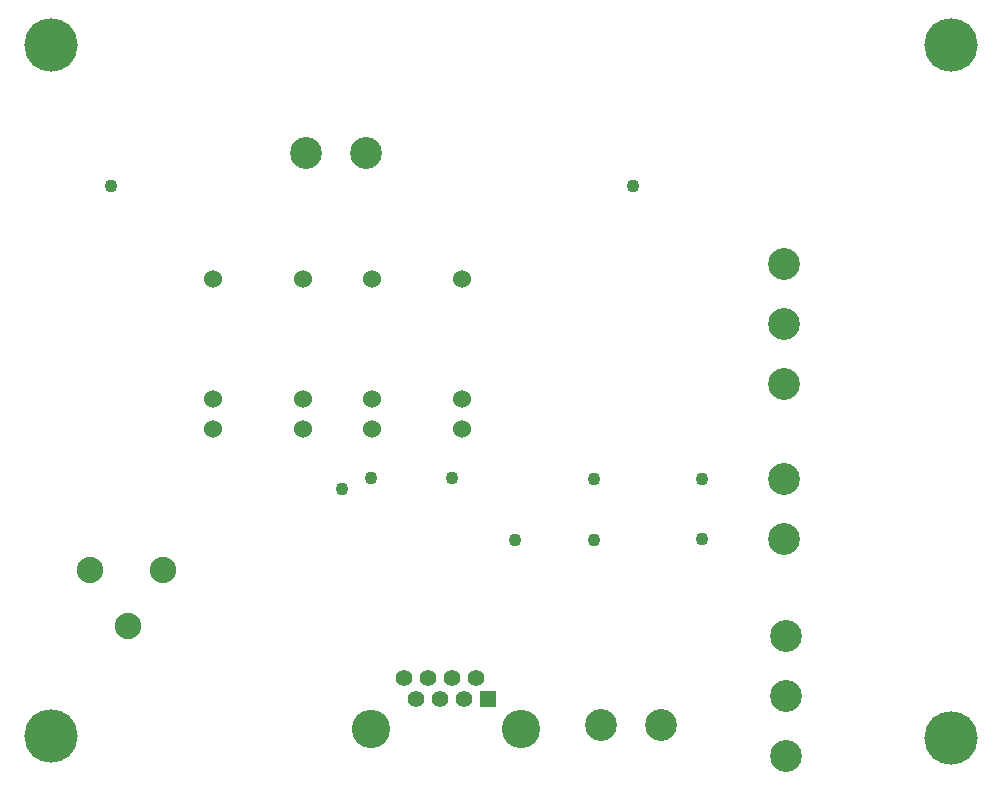
<source format=gbs>
G04*
G04 #@! TF.GenerationSoftware,Altium Limited,Altium Designer,23.7.1 (13)*
G04*
G04 Layer_Color=16711935*
%FSLAX44Y44*%
%MOMM*%
G71*
G04*
G04 #@! TF.SameCoordinates,8069B4C8-0706-43A3-9A5C-337C007DADD0*
G04*
G04*
G04 #@! TF.FilePolarity,Negative*
G04*
G01*
G75*
%ADD28C,2.2352*%
%ADD29C,2.7032*%
%ADD30C,1.5240*%
%ADD31C,3.2500*%
%ADD32R,1.3900X1.3900*%
%ADD33C,1.3900*%
%ADD35C,1.1032*%
%ADD46C,4.5212*%
D28*
X230619Y143002D02*
D03*
X198120Y190500D02*
D03*
X260617Y190500D02*
D03*
D29*
X381000Y543560D02*
D03*
X431800D02*
D03*
X786130Y449580D02*
D03*
Y398780D02*
D03*
Y347980D02*
D03*
Y267970D02*
D03*
Y217170D02*
D03*
X787400Y134620D02*
D03*
Y83820D02*
D03*
Y33020D02*
D03*
X681990Y59690D02*
D03*
X631190D02*
D03*
D30*
X436880Y309880D02*
D03*
Y335280D02*
D03*
Y436880D02*
D03*
X513080Y309880D02*
D03*
Y335280D02*
D03*
Y436880D02*
D03*
X302260Y309880D02*
D03*
Y335280D02*
D03*
Y436880D02*
D03*
X378460Y309880D02*
D03*
Y335280D02*
D03*
Y436880D02*
D03*
D31*
X436626Y55880D02*
D03*
X563626D02*
D03*
D32*
X535686Y81280D02*
D03*
D33*
X525526Y99060D02*
D03*
X515366Y81280D02*
D03*
X505206Y99060D02*
D03*
X495046Y81280D02*
D03*
X484886Y99060D02*
D03*
X474726Y81280D02*
D03*
X464566Y99060D02*
D03*
D35*
X436626Y268666D02*
D03*
X657860Y515620D02*
D03*
X215900D02*
D03*
X505206Y268666D02*
D03*
X624840Y267810D02*
D03*
Y215900D02*
D03*
X558303Y215740D02*
D03*
X716280Y267810D02*
D03*
Y217170D02*
D03*
X411480Y259080D02*
D03*
D46*
X927100Y48575D02*
D03*
X165100Y50000D02*
D03*
X927100Y635096D02*
D03*
X165100Y635040D02*
D03*
M02*

</source>
